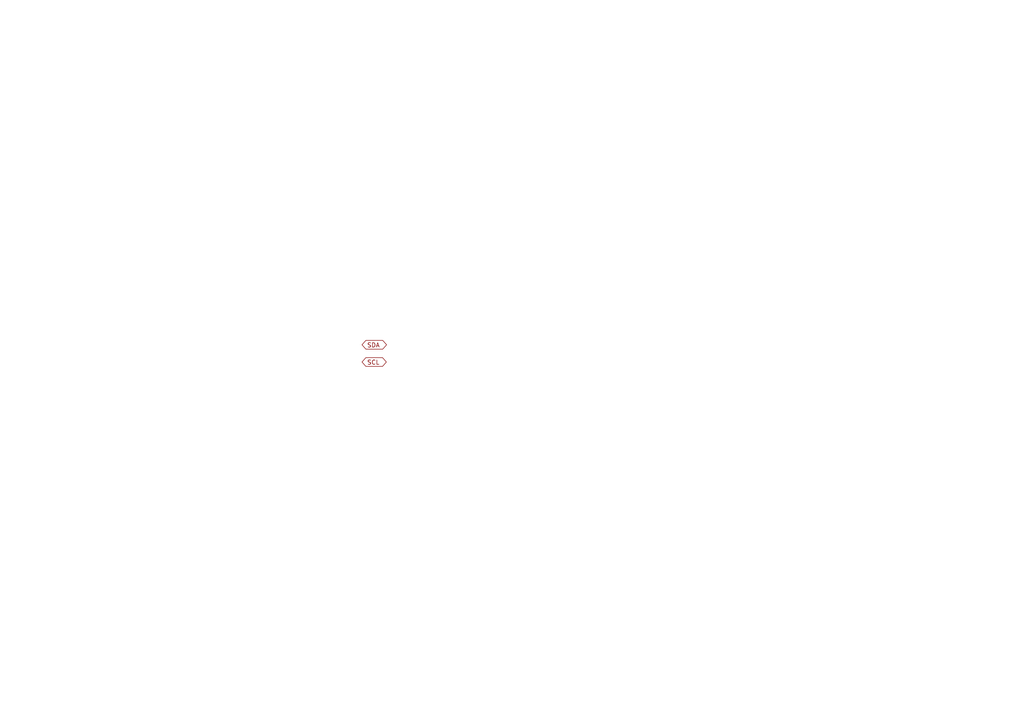
<source format=kicad_sch>
(kicad_sch (version 20231120) (generator "eeschema")
  (uuid "test-i2c-001")

  (lib_symbols)

  (symbol (lib_id "MCU_ST_STM32F1:STM32F103C8Tx") (at 100 100 0) (unit 1)
    (uuid "ic-001")
    (property "Reference" "U1" (at 100 95 0))
    (property "Value" "STM32F103C8Tx" (at 100 105 0))
    (pin "1" (uuid "pin-u1-1"))
    (pin "2" (uuid "pin-u1-2"))
  )

  (global_label "SDA" (at 105 100 0)
    (uuid "label-sda")
  )

  (global_label "SCL" (at 105 105 0)
    (uuid "label-scl")
  )
)

</source>
